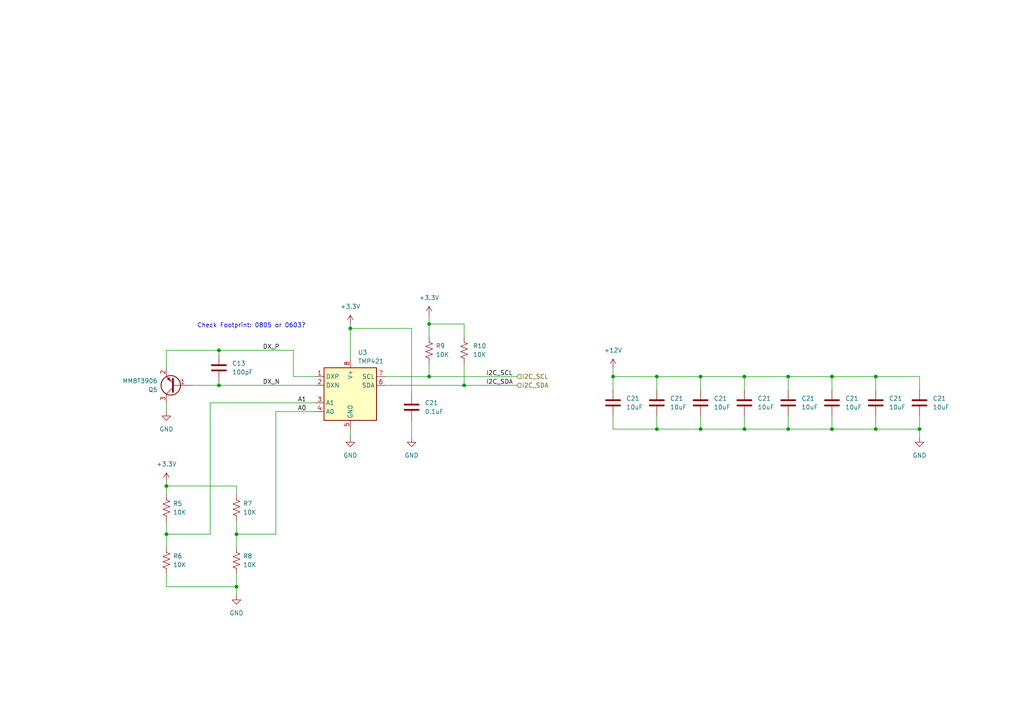
<source format=kicad_sch>
(kicad_sch (version 20230121) (generator eeschema)

  (uuid 82c40245-2af9-4e3e-8f04-c51ee7679c5e)

  (paper "A4")

  (lib_symbols
    (symbol "$Local:TMP421" (in_bom yes) (on_board yes)
      (property "Reference" "U7" (at 2.1941 12.065 0)
        (effects (font (size 1.27 1.27)) (justify left))
      )
      (property "Value" "TMP421" (at 2.1941 9.525 0)
        (effects (font (size 1.27 1.27)) (justify left))
      )
      (property "Footprint" "Package_TO_SOT_SMD:SOT-23-8" (at -2.54 0 0)
        (effects (font (size 1.27 1.27) italic) hide)
      )
      (property "Datasheet" "https://www.ti.com/lit/ds/symlink/tmp422.pdf" (at -2.54 0 0)
        (effects (font (size 1.27 1.27)) hide)
      )
      (property "ki_keywords" "Temperature sensor remote local i2c" (at 0 0 0)
        (effects (font (size 1.27 1.27)) hide)
      )
      (property "ki_description" "Remote and Local Temperature Sensor, I2C, SOT-23-8" (at 0 0 0)
        (effects (font (size 1.27 1.27)) hide)
      )
      (property "ki_fp_filters" "SOIC*3.9x4.9mm*P1.27mm* VSSOP*3.0x3.0mm*P0.65mm*" (at 0 0 0)
        (effects (font (size 1.27 1.27)) hide)
      )
      (symbol "TMP421_0_1"
        (rectangle (start -7.62 7.62) (end 7.62 -7.62)
          (stroke (width 0.254) (type default))
          (fill (type background))
        )
      )
      (symbol "TMP421_1_1"
        (pin passive line (at -10.16 5.08 0) (length 2.54)
          (name "DXP" (effects (font (size 1.27 1.27))))
          (number "1" (effects (font (size 1.27 1.27))))
        )
        (pin passive line (at -10.16 2.54 0) (length 2.54)
          (name "DXN" (effects (font (size 1.27 1.27))))
          (number "2" (effects (font (size 1.27 1.27))))
        )
        (pin input line (at -10.16 -2.54 0) (length 2.54)
          (name "A1" (effects (font (size 1.27 1.27))))
          (number "3" (effects (font (size 1.27 1.27))))
        )
        (pin input line (at -10.16 -5.08 0) (length 2.54)
          (name "A0" (effects (font (size 1.27 1.27))))
          (number "4" (effects (font (size 1.27 1.27))))
        )
        (pin power_in line (at 0 -10.16 90) (length 2.54)
          (name "GND" (effects (font (size 1.27 1.27))))
          (number "5" (effects (font (size 1.27 1.27))))
        )
        (pin bidirectional line (at 10.16 2.54 180) (length 2.54)
          (name "SDA" (effects (font (size 1.27 1.27))))
          (number "6" (effects (font (size 1.27 1.27))))
        )
        (pin input line (at 10.16 5.08 180) (length 2.54)
          (name "SCL" (effects (font (size 1.27 1.27))))
          (number "7" (effects (font (size 1.27 1.27))))
        )
        (pin power_in line (at 0 10.16 270) (length 2.54)
          (name "V+" (effects (font (size 1.27 1.27))))
          (number "8" (effects (font (size 1.27 1.27))))
        )
      )
    )
    (symbol "Device:C" (pin_numbers hide) (pin_names (offset 0.254)) (in_bom yes) (on_board yes)
      (property "Reference" "C" (at 0.635 2.54 0)
        (effects (font (size 1.27 1.27)) (justify left))
      )
      (property "Value" "C" (at 0.635 -2.54 0)
        (effects (font (size 1.27 1.27)) (justify left))
      )
      (property "Footprint" "" (at 0.9652 -3.81 0)
        (effects (font (size 1.27 1.27)) hide)
      )
      (property "Datasheet" "~" (at 0 0 0)
        (effects (font (size 1.27 1.27)) hide)
      )
      (property "ki_keywords" "cap capacitor" (at 0 0 0)
        (effects (font (size 1.27 1.27)) hide)
      )
      (property "ki_description" "Unpolarized capacitor" (at 0 0 0)
        (effects (font (size 1.27 1.27)) hide)
      )
      (property "ki_fp_filters" "C_*" (at 0 0 0)
        (effects (font (size 1.27 1.27)) hide)
      )
      (symbol "C_0_1"
        (polyline
          (pts
            (xy -2.032 -0.762)
            (xy 2.032 -0.762)
          )
          (stroke (width 0.508) (type default))
          (fill (type none))
        )
        (polyline
          (pts
            (xy -2.032 0.762)
            (xy 2.032 0.762)
          )
          (stroke (width 0.508) (type default))
          (fill (type none))
        )
      )
      (symbol "C_1_1"
        (pin passive line (at 0 3.81 270) (length 2.794)
          (name "~" (effects (font (size 1.27 1.27))))
          (number "1" (effects (font (size 1.27 1.27))))
        )
        (pin passive line (at 0 -3.81 90) (length 2.794)
          (name "~" (effects (font (size 1.27 1.27))))
          (number "2" (effects (font (size 1.27 1.27))))
        )
      )
    )
    (symbol "Device:R_US" (pin_numbers hide) (pin_names (offset 0)) (in_bom yes) (on_board yes)
      (property "Reference" "R" (at 2.54 0 90)
        (effects (font (size 1.27 1.27)))
      )
      (property "Value" "R_US" (at -2.54 0 90)
        (effects (font (size 1.27 1.27)))
      )
      (property "Footprint" "" (at 1.016 -0.254 90)
        (effects (font (size 1.27 1.27)) hide)
      )
      (property "Datasheet" "~" (at 0 0 0)
        (effects (font (size 1.27 1.27)) hide)
      )
      (property "ki_keywords" "R res resistor" (at 0 0 0)
        (effects (font (size 1.27 1.27)) hide)
      )
      (property "ki_description" "Resistor, US symbol" (at 0 0 0)
        (effects (font (size 1.27 1.27)) hide)
      )
      (property "ki_fp_filters" "R_*" (at 0 0 0)
        (effects (font (size 1.27 1.27)) hide)
      )
      (symbol "R_US_0_1"
        (polyline
          (pts
            (xy 0 -2.286)
            (xy 0 -2.54)
          )
          (stroke (width 0) (type default))
          (fill (type none))
        )
        (polyline
          (pts
            (xy 0 2.286)
            (xy 0 2.54)
          )
          (stroke (width 0) (type default))
          (fill (type none))
        )
        (polyline
          (pts
            (xy 0 -0.762)
            (xy 1.016 -1.143)
            (xy 0 -1.524)
            (xy -1.016 -1.905)
            (xy 0 -2.286)
          )
          (stroke (width 0) (type default))
          (fill (type none))
        )
        (polyline
          (pts
            (xy 0 0.762)
            (xy 1.016 0.381)
            (xy 0 0)
            (xy -1.016 -0.381)
            (xy 0 -0.762)
          )
          (stroke (width 0) (type default))
          (fill (type none))
        )
        (polyline
          (pts
            (xy 0 2.286)
            (xy 1.016 1.905)
            (xy 0 1.524)
            (xy -1.016 1.143)
            (xy 0 0.762)
          )
          (stroke (width 0) (type default))
          (fill (type none))
        )
      )
      (symbol "R_US_1_1"
        (pin passive line (at 0 3.81 270) (length 1.27)
          (name "~" (effects (font (size 1.27 1.27))))
          (number "1" (effects (font (size 1.27 1.27))))
        )
        (pin passive line (at 0 -3.81 90) (length 1.27)
          (name "~" (effects (font (size 1.27 1.27))))
          (number "2" (effects (font (size 1.27 1.27))))
        )
      )
    )
    (symbol "Transistor_BJT:MMBT3906" (pin_names (offset 0) hide) (in_bom yes) (on_board yes)
      (property "Reference" "Q" (at 5.08 1.905 0)
        (effects (font (size 1.27 1.27)) (justify left))
      )
      (property "Value" "MMBT3906" (at 5.08 0 0)
        (effects (font (size 1.27 1.27)) (justify left))
      )
      (property "Footprint" "Package_TO_SOT_SMD:SOT-23" (at 5.08 -1.905 0)
        (effects (font (size 1.27 1.27) italic) (justify left) hide)
      )
      (property "Datasheet" "https://www.onsemi.com/pdf/datasheet/pzt3906-d.pdf" (at 0 0 0)
        (effects (font (size 1.27 1.27)) (justify left) hide)
      )
      (property "ki_keywords" "PNP Transistor" (at 0 0 0)
        (effects (font (size 1.27 1.27)) hide)
      )
      (property "ki_description" "-0.2A Ic, -40V Vce, Small Signal PNP Transistor, SOT-23" (at 0 0 0)
        (effects (font (size 1.27 1.27)) hide)
      )
      (property "ki_fp_filters" "SOT?23*" (at 0 0 0)
        (effects (font (size 1.27 1.27)) hide)
      )
      (symbol "MMBT3906_0_1"
        (polyline
          (pts
            (xy 0.635 0.635)
            (xy 2.54 2.54)
          )
          (stroke (width 0) (type default))
          (fill (type none))
        )
        (polyline
          (pts
            (xy 0.635 -0.635)
            (xy 2.54 -2.54)
            (xy 2.54 -2.54)
          )
          (stroke (width 0) (type default))
          (fill (type none))
        )
        (polyline
          (pts
            (xy 0.635 1.905)
            (xy 0.635 -1.905)
            (xy 0.635 -1.905)
          )
          (stroke (width 0.508) (type default))
          (fill (type none))
        )
        (polyline
          (pts
            (xy 2.286 -1.778)
            (xy 1.778 -2.286)
            (xy 1.27 -1.27)
            (xy 2.286 -1.778)
            (xy 2.286 -1.778)
          )
          (stroke (width 0) (type default))
          (fill (type outline))
        )
        (circle (center 1.27 0) (radius 2.8194)
          (stroke (width 0.254) (type default))
          (fill (type none))
        )
      )
      (symbol "MMBT3906_1_1"
        (pin input line (at -5.08 0 0) (length 5.715)
          (name "B" (effects (font (size 1.27 1.27))))
          (number "1" (effects (font (size 1.27 1.27))))
        )
        (pin passive line (at 2.54 -5.08 90) (length 2.54)
          (name "E" (effects (font (size 1.27 1.27))))
          (number "2" (effects (font (size 1.27 1.27))))
        )
        (pin passive line (at 2.54 5.08 270) (length 2.54)
          (name "C" (effects (font (size 1.27 1.27))))
          (number "3" (effects (font (size 1.27 1.27))))
        )
      )
    )
    (symbol "power:+12V" (power) (pin_names (offset 0)) (in_bom yes) (on_board yes)
      (property "Reference" "#PWR" (at 0 -3.81 0)
        (effects (font (size 1.27 1.27)) hide)
      )
      (property "Value" "+12V" (at 0 3.556 0)
        (effects (font (size 1.27 1.27)))
      )
      (property "Footprint" "" (at 0 0 0)
        (effects (font (size 1.27 1.27)) hide)
      )
      (property "Datasheet" "" (at 0 0 0)
        (effects (font (size 1.27 1.27)) hide)
      )
      (property "ki_keywords" "global power" (at 0 0 0)
        (effects (font (size 1.27 1.27)) hide)
      )
      (property "ki_description" "Power symbol creates a global label with name \"+12V\"" (at 0 0 0)
        (effects (font (size 1.27 1.27)) hide)
      )
      (symbol "+12V_0_1"
        (polyline
          (pts
            (xy -0.762 1.27)
            (xy 0 2.54)
          )
          (stroke (width 0) (type default))
          (fill (type none))
        )
        (polyline
          (pts
            (xy 0 0)
            (xy 0 2.54)
          )
          (stroke (width 0) (type default))
          (fill (type none))
        )
        (polyline
          (pts
            (xy 0 2.54)
            (xy 0.762 1.27)
          )
          (stroke (width 0) (type default))
          (fill (type none))
        )
      )
      (symbol "+12V_1_1"
        (pin power_in line (at 0 0 90) (length 0) hide
          (name "+12V" (effects (font (size 1.27 1.27))))
          (number "1" (effects (font (size 1.27 1.27))))
        )
      )
    )
    (symbol "power:+3.3V" (power) (pin_names (offset 0)) (in_bom yes) (on_board yes)
      (property "Reference" "#PWR" (at 0 -3.81 0)
        (effects (font (size 1.27 1.27)) hide)
      )
      (property "Value" "+3.3V" (at 0 3.556 0)
        (effects (font (size 1.27 1.27)))
      )
      (property "Footprint" "" (at 0 0 0)
        (effects (font (size 1.27 1.27)) hide)
      )
      (property "Datasheet" "" (at 0 0 0)
        (effects (font (size 1.27 1.27)) hide)
      )
      (property "ki_keywords" "global power" (at 0 0 0)
        (effects (font (size 1.27 1.27)) hide)
      )
      (property "ki_description" "Power symbol creates a global label with name \"+3.3V\"" (at 0 0 0)
        (effects (font (size 1.27 1.27)) hide)
      )
      (symbol "+3.3V_0_1"
        (polyline
          (pts
            (xy -0.762 1.27)
            (xy 0 2.54)
          )
          (stroke (width 0) (type default))
          (fill (type none))
        )
        (polyline
          (pts
            (xy 0 0)
            (xy 0 2.54)
          )
          (stroke (width 0) (type default))
          (fill (type none))
        )
        (polyline
          (pts
            (xy 0 2.54)
            (xy 0.762 1.27)
          )
          (stroke (width 0) (type default))
          (fill (type none))
        )
      )
      (symbol "+3.3V_1_1"
        (pin power_in line (at 0 0 90) (length 0) hide
          (name "+3.3V" (effects (font (size 1.27 1.27))))
          (number "1" (effects (font (size 1.27 1.27))))
        )
      )
    )
    (symbol "power:GND" (power) (pin_names (offset 0)) (in_bom yes) (on_board yes)
      (property "Reference" "#PWR" (at 0 -6.35 0)
        (effects (font (size 1.27 1.27)) hide)
      )
      (property "Value" "GND" (at 0 -3.81 0)
        (effects (font (size 1.27 1.27)))
      )
      (property "Footprint" "" (at 0 0 0)
        (effects (font (size 1.27 1.27)) hide)
      )
      (property "Datasheet" "" (at 0 0 0)
        (effects (font (size 1.27 1.27)) hide)
      )
      (property "ki_keywords" "global power" (at 0 0 0)
        (effects (font (size 1.27 1.27)) hide)
      )
      (property "ki_description" "Power symbol creates a global label with name \"GND\" , ground" (at 0 0 0)
        (effects (font (size 1.27 1.27)) hide)
      )
      (symbol "GND_0_1"
        (polyline
          (pts
            (xy 0 0)
            (xy 0 -1.27)
            (xy 1.27 -1.27)
            (xy 0 -2.54)
            (xy -1.27 -1.27)
            (xy 0 -1.27)
          )
          (stroke (width 0) (type default))
          (fill (type none))
        )
      )
      (symbol "GND_1_1"
        (pin power_in line (at 0 0 270) (length 0) hide
          (name "GND" (effects (font (size 1.27 1.27))))
          (number "1" (effects (font (size 1.27 1.27))))
        )
      )
    )
  )

  (junction (at 190.5 109.22) (diameter 0) (color 0 0 0 0)
    (uuid 1712cb37-3502-42f0-a285-8bf9ec814bad)
  )
  (junction (at 266.7 124.46) (diameter 0) (color 0 0 0 0)
    (uuid 1b312b1e-b629-4807-81ee-bb1087011ef5)
  )
  (junction (at 190.5 124.46) (diameter 0) (color 0 0 0 0)
    (uuid 20f82487-86f4-4091-a926-b154b83074a3)
  )
  (junction (at 124.46 93.98) (diameter 0) (color 0 0 0 0)
    (uuid 22df2d39-677c-4cad-b915-d84767623611)
  )
  (junction (at 203.2 109.22) (diameter 0) (color 0 0 0 0)
    (uuid 22e9d6de-069c-42f2-887d-e2a87a7a797c)
  )
  (junction (at 241.3 109.22) (diameter 0) (color 0 0 0 0)
    (uuid 26629a74-dcc2-4f43-8e28-14ec31373e47)
  )
  (junction (at 215.9 109.22) (diameter 0) (color 0 0 0 0)
    (uuid 2c493992-d63f-4e12-b1f3-6f99c48ac226)
  )
  (junction (at 177.8 109.22) (diameter 0) (color 0 0 0 0)
    (uuid 30bb9459-e22e-4665-970a-26d06638bc47)
  )
  (junction (at 254 124.46) (diameter 0) (color 0 0 0 0)
    (uuid 32b85307-e01c-4f18-aba3-9321805f9f48)
  )
  (junction (at 101.6 95.25) (diameter 0) (color 0 0 0 0)
    (uuid 4e348151-aa25-4f2e-a4e7-d518ee41598f)
  )
  (junction (at 68.58 154.94) (diameter 0) (color 0 0 0 0)
    (uuid 5c1fc8a0-c044-41a6-a1c6-7384e5bb87a4)
  )
  (junction (at 215.9 124.46) (diameter 0) (color 0 0 0 0)
    (uuid 7229e6d3-09a7-49c3-be5d-ba5fe7492043)
  )
  (junction (at 124.46 109.22) (diameter 0) (color 0 0 0 0)
    (uuid 7a83b8dc-83b9-4006-a3d6-bab0e5314fb8)
  )
  (junction (at 68.58 170.18) (diameter 0) (color 0 0 0 0)
    (uuid 8b7d4a0d-604a-4068-af4f-bbbe54aebc84)
  )
  (junction (at 63.5 101.6) (diameter 0) (color 0 0 0 0)
    (uuid 8e586a99-0387-40f6-9b5d-d961a7659f8f)
  )
  (junction (at 134.62 111.76) (diameter 0) (color 0 0 0 0)
    (uuid 9468f8fc-4c3b-4098-a67c-ab3aff3ea646)
  )
  (junction (at 241.3 124.46) (diameter 0) (color 0 0 0 0)
    (uuid 9d897f8c-98de-47b5-895e-cc982c56e783)
  )
  (junction (at 63.5 111.76) (diameter 0) (color 0 0 0 0)
    (uuid 9dab859e-c7b3-4af6-a13b-00c154b777fe)
  )
  (junction (at 48.26 140.97) (diameter 0) (color 0 0 0 0)
    (uuid b2fb53f2-5355-4939-9f49-e4836c5358f8)
  )
  (junction (at 228.6 109.22) (diameter 0) (color 0 0 0 0)
    (uuid bd8cd51f-593a-418a-81d3-3675f8c267c0)
  )
  (junction (at 254 109.22) (diameter 0) (color 0 0 0 0)
    (uuid cd6cd634-0351-427e-8cb2-e1454cf08343)
  )
  (junction (at 48.26 154.94) (diameter 0) (color 0 0 0 0)
    (uuid e400d30b-238b-4111-9d82-8d27257ced9d)
  )
  (junction (at 203.2 124.46) (diameter 0) (color 0 0 0 0)
    (uuid e952cefc-001f-4de8-b239-4fb0974f167e)
  )
  (junction (at 228.6 124.46) (diameter 0) (color 0 0 0 0)
    (uuid fc01db19-f731-41d9-9403-1139ffaff139)
  )

  (wire (pts (xy 203.2 109.22) (xy 215.9 109.22))
    (stroke (width 0) (type default))
    (uuid 0014a4c1-6531-41f6-9f12-3db490a71537)
  )
  (wire (pts (xy 177.8 106.68) (xy 177.8 109.22))
    (stroke (width 0) (type default))
    (uuid 07a27a98-64fc-40aa-87a6-db6e0d160f7c)
  )
  (wire (pts (xy 134.62 105.41) (xy 134.62 111.76))
    (stroke (width 0) (type default))
    (uuid 084a5cbd-7770-467b-b6fd-b2face77c649)
  )
  (wire (pts (xy 85.09 109.22) (xy 85.09 101.6))
    (stroke (width 0) (type default))
    (uuid 08a86526-5caa-471f-8e0f-1bcc91ff1253)
  )
  (wire (pts (xy 80.01 119.38) (xy 91.44 119.38))
    (stroke (width 0) (type default))
    (uuid 0935ea7f-bb42-433e-b69c-523f8258af40)
  )
  (wire (pts (xy 254 124.46) (xy 241.3 124.46))
    (stroke (width 0) (type default))
    (uuid 09943369-8885-47d6-af85-96a392e4e77a)
  )
  (wire (pts (xy 266.7 109.22) (xy 266.7 113.03))
    (stroke (width 0) (type default))
    (uuid 0dfeb6d2-c275-420f-8478-149e9b40b5f8)
  )
  (wire (pts (xy 228.6 120.65) (xy 228.6 124.46))
    (stroke (width 0) (type default))
    (uuid 120d5b4e-70b1-43b7-8f2d-49db394338f0)
  )
  (wire (pts (xy 48.26 101.6) (xy 48.26 106.68))
    (stroke (width 0) (type default))
    (uuid 1496befa-f40c-4a62-888c-43b939dde7db)
  )
  (wire (pts (xy 228.6 109.22) (xy 241.3 109.22))
    (stroke (width 0) (type default))
    (uuid 17d843e8-f87b-4ad6-b51f-be6e9102f41a)
  )
  (wire (pts (xy 119.38 121.92) (xy 119.38 127))
    (stroke (width 0) (type default))
    (uuid 18849a18-4219-4f9a-90ff-cdc918330cbc)
  )
  (wire (pts (xy 177.8 113.03) (xy 177.8 109.22))
    (stroke (width 0) (type default))
    (uuid 18bd1604-0107-4495-bfd1-27f06a2b1d33)
  )
  (wire (pts (xy 60.96 116.84) (xy 91.44 116.84))
    (stroke (width 0) (type default))
    (uuid 1c5940dd-3cb2-496d-9a20-aa36c4907526)
  )
  (wire (pts (xy 91.44 109.22) (xy 85.09 109.22))
    (stroke (width 0) (type default))
    (uuid 1f2eaa6e-00c8-4904-9254-d8188c6fc334)
  )
  (wire (pts (xy 63.5 111.76) (xy 91.44 111.76))
    (stroke (width 0) (type default))
    (uuid 1f71f28a-5a8d-4d44-824a-2e62b8e984ec)
  )
  (wire (pts (xy 48.26 154.94) (xy 60.96 154.94))
    (stroke (width 0) (type default))
    (uuid 27ce035e-f76b-4528-a0e3-32cdedfb0953)
  )
  (wire (pts (xy 80.01 154.94) (xy 80.01 119.38))
    (stroke (width 0) (type default))
    (uuid 29fbc909-c5dc-445c-9a9c-52f352b8171b)
  )
  (wire (pts (xy 63.5 101.6) (xy 63.5 102.87))
    (stroke (width 0) (type default))
    (uuid 2a5af4fb-b279-477d-ac83-570a669ae247)
  )
  (wire (pts (xy 55.88 111.76) (xy 63.5 111.76))
    (stroke (width 0) (type default))
    (uuid 2bb76982-7797-4330-8afc-be11c9533ac5)
  )
  (wire (pts (xy 241.3 120.65) (xy 241.3 124.46))
    (stroke (width 0) (type default))
    (uuid 31adcab3-d60b-44f4-8efa-171b27a2e887)
  )
  (wire (pts (xy 228.6 109.22) (xy 228.6 113.03))
    (stroke (width 0) (type default))
    (uuid 363a7c1f-44da-43f5-8eed-a3f6c47e13f2)
  )
  (wire (pts (xy 203.2 124.46) (xy 190.5 124.46))
    (stroke (width 0) (type default))
    (uuid 4290935d-e8d5-4985-9870-33cad376855c)
  )
  (wire (pts (xy 101.6 93.98) (xy 101.6 95.25))
    (stroke (width 0) (type default))
    (uuid 437517a3-0af1-42f4-a43a-b313333c6c3e)
  )
  (wire (pts (xy 215.9 120.65) (xy 215.9 124.46))
    (stroke (width 0) (type default))
    (uuid 441fccf0-cafc-417c-a422-918c94b86002)
  )
  (wire (pts (xy 124.46 93.98) (xy 134.62 93.98))
    (stroke (width 0) (type default))
    (uuid 45cb9d88-af93-47fe-9309-8bd30741cc18)
  )
  (wire (pts (xy 254 109.22) (xy 254 113.03))
    (stroke (width 0) (type default))
    (uuid 48a0f747-4f25-40ee-8059-5de6a195cba3)
  )
  (wire (pts (xy 48.26 116.84) (xy 48.26 119.38))
    (stroke (width 0) (type default))
    (uuid 4b674ca0-bafb-4c2c-b9ae-bafd32f50be6)
  )
  (wire (pts (xy 190.5 124.46) (xy 177.8 124.46))
    (stroke (width 0) (type default))
    (uuid 4ec10ece-9f1d-4690-91fa-9888a0445c74)
  )
  (wire (pts (xy 48.26 140.97) (xy 68.58 140.97))
    (stroke (width 0) (type default))
    (uuid 4fcf1608-7c7c-4c5e-8f4a-a2b084c53d99)
  )
  (wire (pts (xy 63.5 101.6) (xy 48.26 101.6))
    (stroke (width 0) (type default))
    (uuid 502092ce-1772-4f75-8b3a-41a344dbe8d5)
  )
  (wire (pts (xy 68.58 154.94) (xy 80.01 154.94))
    (stroke (width 0) (type default))
    (uuid 53f97661-896d-484b-b3ae-f5047d42691a)
  )
  (wire (pts (xy 101.6 95.25) (xy 119.38 95.25))
    (stroke (width 0) (type default))
    (uuid 55567add-d197-49bd-a0a3-234a45ef4b01)
  )
  (wire (pts (xy 254 120.65) (xy 254 124.46))
    (stroke (width 0) (type default))
    (uuid 5d2ff654-703a-42f1-be2e-a9d9f750f785)
  )
  (wire (pts (xy 68.58 166.37) (xy 68.58 170.18))
    (stroke (width 0) (type default))
    (uuid 5fa7566a-490b-43b7-90a9-04dacbe0cb71)
  )
  (wire (pts (xy 124.46 109.22) (xy 149.86 109.22))
    (stroke (width 0) (type default))
    (uuid 65de208c-7a74-48b4-ba4c-b72f2cfa5397)
  )
  (wire (pts (xy 48.26 170.18) (xy 68.58 170.18))
    (stroke (width 0) (type default))
    (uuid 66ca2feb-eb36-4809-be0a-497e2a496b92)
  )
  (wire (pts (xy 134.62 97.79) (xy 134.62 93.98))
    (stroke (width 0) (type default))
    (uuid 6edcc18f-0fd0-44af-9ce6-222d810b396d)
  )
  (wire (pts (xy 48.26 140.97) (xy 48.26 143.51))
    (stroke (width 0) (type default))
    (uuid 742599d0-fc77-41e1-89d5-bae239b88fb3)
  )
  (wire (pts (xy 85.09 101.6) (xy 63.5 101.6))
    (stroke (width 0) (type default))
    (uuid 74db2624-6822-4216-96a9-fb62a12b0b4c)
  )
  (wire (pts (xy 48.26 166.37) (xy 48.26 170.18))
    (stroke (width 0) (type default))
    (uuid 7bc22972-311f-416a-9942-b130f66f5a99)
  )
  (wire (pts (xy 190.5 109.22) (xy 203.2 109.22))
    (stroke (width 0) (type default))
    (uuid 7cc34a50-d396-43fb-99f4-a64c72224852)
  )
  (wire (pts (xy 134.62 111.76) (xy 149.86 111.76))
    (stroke (width 0) (type default))
    (uuid 882b458c-004f-4a9e-b6a5-61a3ff9840bd)
  )
  (wire (pts (xy 215.9 109.22) (xy 215.9 113.03))
    (stroke (width 0) (type default))
    (uuid 8c669832-86e2-4b21-961b-b07fa17db607)
  )
  (wire (pts (xy 215.9 109.22) (xy 228.6 109.22))
    (stroke (width 0) (type default))
    (uuid 8c747129-8c83-4a2f-90f0-9e870853153b)
  )
  (wire (pts (xy 111.76 111.76) (xy 134.62 111.76))
    (stroke (width 0) (type default))
    (uuid 92263d50-4618-4fc7-80fa-62cd91ec7223)
  )
  (wire (pts (xy 124.46 105.41) (xy 124.46 109.22))
    (stroke (width 0) (type default))
    (uuid 95c114be-4f69-4263-af8c-9d29651733dc)
  )
  (wire (pts (xy 241.3 124.46) (xy 228.6 124.46))
    (stroke (width 0) (type default))
    (uuid 973b20d7-220f-4b48-9bfe-2256de51991a)
  )
  (wire (pts (xy 177.8 124.46) (xy 177.8 120.65))
    (stroke (width 0) (type default))
    (uuid 982ed710-a259-48a5-840c-cdd44473a50b)
  )
  (wire (pts (xy 203.2 120.65) (xy 203.2 124.46))
    (stroke (width 0) (type default))
    (uuid a0631138-571c-429f-b819-4be8ad4b38f3)
  )
  (wire (pts (xy 63.5 110.49) (xy 63.5 111.76))
    (stroke (width 0) (type default))
    (uuid a13cd48e-7f66-428b-b6e6-482173b0d238)
  )
  (wire (pts (xy 119.38 95.25) (xy 119.38 114.3))
    (stroke (width 0) (type default))
    (uuid a3389bdc-4583-4a34-8bd9-34e25e43eaeb)
  )
  (wire (pts (xy 68.58 154.94) (xy 68.58 158.75))
    (stroke (width 0) (type default))
    (uuid a7dde431-7cd1-4018-8665-ab3c64403865)
  )
  (wire (pts (xy 101.6 95.25) (xy 101.6 104.14))
    (stroke (width 0) (type default))
    (uuid b16b23d7-1fea-4900-a474-456f1a69f952)
  )
  (wire (pts (xy 124.46 93.98) (xy 124.46 97.79))
    (stroke (width 0) (type default))
    (uuid b1ff9ec6-9d0b-431f-9535-a98b455a929d)
  )
  (wire (pts (xy 241.3 109.22) (xy 241.3 113.03))
    (stroke (width 0) (type default))
    (uuid b5c5bac8-a962-4055-9528-4db761ff7fbd)
  )
  (wire (pts (xy 254 109.22) (xy 266.7 109.22))
    (stroke (width 0) (type default))
    (uuid b64b1d41-37c4-4359-b77d-213707bbf1af)
  )
  (wire (pts (xy 190.5 109.22) (xy 190.5 113.03))
    (stroke (width 0) (type default))
    (uuid b86a0772-9de4-4b91-8b4f-7aab864c66fe)
  )
  (wire (pts (xy 68.58 170.18) (xy 68.58 172.72))
    (stroke (width 0) (type default))
    (uuid b97b9c75-642e-4ce0-b62d-5e2f8c57cfd5)
  )
  (wire (pts (xy 177.8 109.22) (xy 190.5 109.22))
    (stroke (width 0) (type default))
    (uuid bdf0b7ba-f03c-4baa-b6cf-14943568355c)
  )
  (wire (pts (xy 48.26 151.13) (xy 48.26 154.94))
    (stroke (width 0) (type default))
    (uuid c9c9baa5-737b-4dc1-896f-ce049845caec)
  )
  (wire (pts (xy 241.3 109.22) (xy 254 109.22))
    (stroke (width 0) (type default))
    (uuid cb0cb167-f2c9-4bc0-accc-ad7fef1fdd22)
  )
  (wire (pts (xy 111.76 109.22) (xy 124.46 109.22))
    (stroke (width 0) (type default))
    (uuid d3da4444-fbe6-468e-8f0a-973ea30542bc)
  )
  (wire (pts (xy 68.58 151.13) (xy 68.58 154.94))
    (stroke (width 0) (type default))
    (uuid d6b68fb3-a9b9-450f-b61b-ef24e7a7de3d)
  )
  (wire (pts (xy 48.26 139.7) (xy 48.26 140.97))
    (stroke (width 0) (type default))
    (uuid d75607f1-879b-47e0-afba-9ab49192cb33)
  )
  (wire (pts (xy 215.9 124.46) (xy 203.2 124.46))
    (stroke (width 0) (type default))
    (uuid db7baf1a-0879-43be-8f76-9623b6ee002a)
  )
  (wire (pts (xy 203.2 109.22) (xy 203.2 113.03))
    (stroke (width 0) (type default))
    (uuid dd7623c7-5cdf-4068-8e39-7a0e940990a3)
  )
  (wire (pts (xy 266.7 124.46) (xy 254 124.46))
    (stroke (width 0) (type default))
    (uuid ddd9b400-0eb0-44da-b49d-5f05ef6256ac)
  )
  (wire (pts (xy 190.5 120.65) (xy 190.5 124.46))
    (stroke (width 0) (type default))
    (uuid de239066-a898-4dd3-aa3e-01251832e65d)
  )
  (wire (pts (xy 48.26 154.94) (xy 48.26 158.75))
    (stroke (width 0) (type default))
    (uuid df8ab35c-70fa-40cb-b136-0d3ae3fb0fab)
  )
  (wire (pts (xy 228.6 124.46) (xy 215.9 124.46))
    (stroke (width 0) (type default))
    (uuid ec5e8a46-d442-4882-b6b6-66aa192e15f6)
  )
  (wire (pts (xy 68.58 143.51) (xy 68.58 140.97))
    (stroke (width 0) (type default))
    (uuid f0e2d347-cd34-4b49-a23e-4db1225aaaca)
  )
  (wire (pts (xy 266.7 120.65) (xy 266.7 124.46))
    (stroke (width 0) (type default))
    (uuid f4afe158-5297-444d-a7d2-9cc9fd69e6c1)
  )
  (wire (pts (xy 60.96 154.94) (xy 60.96 116.84))
    (stroke (width 0) (type default))
    (uuid f666e891-11a6-427e-ba4c-5e00054c0d07)
  )
  (wire (pts (xy 124.46 91.44) (xy 124.46 93.98))
    (stroke (width 0) (type default))
    (uuid fc77f294-96a1-40a1-ba4e-d3fba1a050db)
  )
  (wire (pts (xy 266.7 127) (xy 266.7 124.46))
    (stroke (width 0) (type default))
    (uuid fd9ad705-afc2-4142-9f93-5fddb55a2e1d)
  )
  (wire (pts (xy 101.6 124.46) (xy 101.6 127))
    (stroke (width 0) (type default))
    (uuid fe055de7-8102-4660-9cf1-1ca2a18aee84)
  )

  (text "Check Footprint: 0805 or 0603?" (at 57.15 95.25 0)
    (effects (font (size 1.27 1.27)) (justify left bottom))
    (uuid a6e96bfa-a6b4-4777-83c3-f974d4472030)
  )

  (label "DX_P" (at 76.2 101.6 0) (fields_autoplaced)
    (effects (font (size 1.27 1.27)) (justify left bottom))
    (uuid 0dfd9a90-ce17-4bc5-a13d-625847547c6f)
  )
  (label "I2C_SDA" (at 140.97 111.76 0) (fields_autoplaced)
    (effects (font (size 1.27 1.27)) (justify left bottom))
    (uuid 228e472f-0c00-40ff-b2d9-8bf4a2617bc1)
  )
  (label "A1" (at 86.36 116.84 0) (fields_autoplaced)
    (effects (font (size 1.27 1.27)) (justify left bottom))
    (uuid 2dc29d2e-15ac-459e-aed9-513600b4e002)
  )
  (label "I2C_SCL" (at 140.97 109.22 0) (fields_autoplaced)
    (effects (font (size 1.27 1.27)) (justify left bottom))
    (uuid 93b971e9-df77-4bda-bf13-8ba0b1b5b214)
  )
  (label "A0" (at 86.36 119.38 0) (fields_autoplaced)
    (effects (font (size 1.27 1.27)) (justify left bottom))
    (uuid e2f46a14-3114-4045-a6a0-fa8eac9776da)
  )
  (label "DX_N" (at 76.2 111.76 0) (fields_autoplaced)
    (effects (font (size 1.27 1.27)) (justify left bottom))
    (uuid fe2e63dd-582e-485b-8b4b-57c98d809a2d)
  )

  (hierarchical_label "I2C_SCL" (shape input) (at 149.86 109.22 0) (fields_autoplaced)
    (effects (font (size 1.27 1.27)) (justify left))
    (uuid 974df469-7a9c-459d-a619-c4cd38f79335)
  )
  (hierarchical_label "I2C_SDA" (shape input) (at 149.86 111.76 0) (fields_autoplaced)
    (effects (font (size 1.27 1.27)) (justify left))
    (uuid f870930f-5b19-4bbb-bbf5-1b282f04b2c0)
  )

  (symbol (lib_id "Device:C") (at 177.8 116.84 0) (unit 1)
    (in_bom yes) (on_board yes) (dnp no) (fields_autoplaced)
    (uuid 0028cd4d-03a4-4ac1-88ff-c8370b809cb6)
    (property "Reference" "C21" (at 181.61 115.57 0)
      (effects (font (size 1.27 1.27)) (justify left))
    )
    (property "Value" "10uF" (at 181.61 118.11 0)
      (effects (font (size 1.27 1.27)) (justify left))
    )
    (property "Footprint" "$Local:C_0805_2012Metric" (at 178.7652 120.65 0)
      (effects (font (size 1.27 1.27)) hide)
    )
    (property "Datasheet" "~" (at 177.8 116.84 0)
      (effects (font (size 1.27 1.27)) hide)
    )
    (property "Desc" "CAP CER 10UF 25V X7R 0805" (at 177.8 116.84 0)
      (effects (font (size 1.27 1.27)) hide)
    )
    (property "Digikey" "490-GRM21BZ71E106KE15LDKR-ND" (at 177.8 116.84 0)
      (effects (font (size 1.27 1.27)) hide)
    )
    (property "Mfg PN" "GRM21BZ71E106KE15L" (at 177.8 116.84 0)
      (effects (font (size 1.27 1.27)) hide)
    )
    (property "Mfg" "Murata Electronics" (at 177.8 116.84 0)
      (effects (font (size 1.27 1.27)) hide)
    )
    (pin "1" (uuid 8e067165-4761-438e-8f12-2504091fdfc4))
    (pin "2" (uuid ebf8151b-b639-4c9e-804c-b4dde72799d4))
    (instances
      (project "pbm_driver4"
        (path "/c74719ba-f06a-44f5-9938-a8dc2ea94ffa"
          (reference "C21") (unit 1)
        )
        (path "/c74719ba-f06a-44f5-9938-a8dc2ea94ffa/cae14b87-4c10-4309-b8c6-8f8334cc405d"
          (reference "C10") (unit 1)
        )
        (path "/c74719ba-f06a-44f5-9938-a8dc2ea94ffa/b9d6e4d9-a153-4ceb-ba52-f214cb10d775"
          (reference "C4") (unit 1)
        )
      )
    )
  )

  (symbol (lib_id "Device:C") (at 254 116.84 0) (unit 1)
    (in_bom yes) (on_board yes) (dnp no) (fields_autoplaced)
    (uuid 02fa8ee4-0430-485d-aed2-cf42ca505944)
    (property "Reference" "C21" (at 257.81 115.57 0)
      (effects (font (size 1.27 1.27)) (justify left))
    )
    (property "Value" "10uF" (at 257.81 118.11 0)
      (effects (font (size 1.27 1.27)) (justify left))
    )
    (property "Footprint" "$Local:C_0805_2012Metric" (at 254.9652 120.65 0)
      (effects (font (size 1.27 1.27)) hide)
    )
    (property "Datasheet" "~" (at 254 116.84 0)
      (effects (font (size 1.27 1.27)) hide)
    )
    (property "Desc" "CAP CER 10UF 25V X7R 0805" (at 254 116.84 0)
      (effects (font (size 1.27 1.27)) hide)
    )
    (property "Digikey" "490-GRM21BZ71E106KE15LDKR-ND" (at 254 116.84 0)
      (effects (font (size 1.27 1.27)) hide)
    )
    (property "Mfg PN" "GRM21BZ71E106KE15L" (at 254 116.84 0)
      (effects (font (size 1.27 1.27)) hide)
    )
    (property "Mfg" "Murata Electronics" (at 254 116.84 0)
      (effects (font (size 1.27 1.27)) hide)
    )
    (pin "1" (uuid 7dbd1ac4-76f3-4ebb-8ccc-e2ff36ff0875))
    (pin "2" (uuid 6560373c-a28a-4cc4-8473-3e43fff179e9))
    (instances
      (project "pbm_driver4"
        (path "/c74719ba-f06a-44f5-9938-a8dc2ea94ffa"
          (reference "C21") (unit 1)
        )
        (path "/c74719ba-f06a-44f5-9938-a8dc2ea94ffa/cae14b87-4c10-4309-b8c6-8f8334cc405d"
          (reference "C10") (unit 1)
        )
        (path "/c74719ba-f06a-44f5-9938-a8dc2ea94ffa/b9d6e4d9-a153-4ceb-ba52-f214cb10d775"
          (reference "C11") (unit 1)
        )
      )
    )
  )

  (symbol (lib_id "power:GND") (at 119.38 127 0) (unit 1)
    (in_bom yes) (on_board yes) (dnp no) (fields_autoplaced)
    (uuid 07497acd-38bf-43cb-a2e0-7bb264ebed30)
    (property "Reference" "#PWR010" (at 119.38 133.35 0)
      (effects (font (size 1.27 1.27)) hide)
    )
    (property "Value" "GND" (at 119.38 132.08 0)
      (effects (font (size 1.27 1.27)))
    )
    (property "Footprint" "" (at 119.38 127 0)
      (effects (font (size 1.27 1.27)) hide)
    )
    (property "Datasheet" "" (at 119.38 127 0)
      (effects (font (size 1.27 1.27)) hide)
    )
    (pin "1" (uuid da10668e-8e28-4af1-bcd4-801d6fc93b78))
    (instances
      (project "pbm_driver4"
        (path "/c74719ba-f06a-44f5-9938-a8dc2ea94ffa"
          (reference "#PWR010") (unit 1)
        )
        (path "/c74719ba-f06a-44f5-9938-a8dc2ea94ffa/cae14b87-4c10-4309-b8c6-8f8334cc405d"
          (reference "#PWR04") (unit 1)
        )
        (path "/c74719ba-f06a-44f5-9938-a8dc2ea94ffa/b9d6e4d9-a153-4ceb-ba52-f214cb10d775"
          (reference "#PWR026") (unit 1)
        )
      )
    )
  )

  (symbol (lib_id "power:+3.3V") (at 124.46 91.44 0) (unit 1)
    (in_bom yes) (on_board yes) (dnp no) (fields_autoplaced)
    (uuid 0764affb-7982-4e34-9ab0-b8c12bb729e4)
    (property "Reference" "#PWR021" (at 124.46 95.25 0)
      (effects (font (size 1.27 1.27)) hide)
    )
    (property "Value" "+3.3V" (at 124.46 86.36 0)
      (effects (font (size 1.27 1.27)))
    )
    (property "Footprint" "" (at 124.46 91.44 0)
      (effects (font (size 1.27 1.27)) hide)
    )
    (property "Datasheet" "" (at 124.46 91.44 0)
      (effects (font (size 1.27 1.27)) hide)
    )
    (pin "1" (uuid 8dc29612-843f-4227-9203-68906c87a5eb))
    (instances
      (project "pbm_driver4"
        (path "/c74719ba-f06a-44f5-9938-a8dc2ea94ffa/b9d6e4d9-a153-4ceb-ba52-f214cb10d775"
          (reference "#PWR021") (unit 1)
        )
      )
    )
  )

  (symbol (lib_id "power:GND") (at 68.58 172.72 0) (unit 1)
    (in_bom yes) (on_board yes) (dnp no) (fields_autoplaced)
    (uuid 0abd9d3a-b560-4224-9e2e-3184c7333b18)
    (property "Reference" "#PWR023" (at 68.58 179.07 0)
      (effects (font (size 1.27 1.27)) hide)
    )
    (property "Value" "GND" (at 68.58 177.8 0)
      (effects (font (size 1.27 1.27)))
    )
    (property "Footprint" "" (at 68.58 172.72 0)
      (effects (font (size 1.27 1.27)) hide)
    )
    (property "Datasheet" "" (at 68.58 172.72 0)
      (effects (font (size 1.27 1.27)) hide)
    )
    (pin "1" (uuid fcc3e233-649d-447f-a95e-cb91dac95628))
    (instances
      (project "pbm_driver4"
        (path "/c74719ba-f06a-44f5-9938-a8dc2ea94ffa/b9d6e4d9-a153-4ceb-ba52-f214cb10d775"
          (reference "#PWR023") (unit 1)
        )
      )
    )
  )

  (symbol (lib_id "Device:R_US") (at 124.46 101.6 0) (unit 1)
    (in_bom yes) (on_board yes) (dnp no) (fields_autoplaced)
    (uuid 1b5eeea3-d32b-4286-963f-750ca76b053b)
    (property "Reference" "R9" (at 126.365 100.33 0)
      (effects (font (size 1.27 1.27)) (justify left))
    )
    (property "Value" "10K" (at 126.365 102.87 0)
      (effects (font (size 1.27 1.27)) (justify left))
    )
    (property "Footprint" "$Local:R_0603_1608Metric" (at 125.476 101.854 90)
      (effects (font (size 1.27 1.27)) hide)
    )
    (property "Datasheet" "~" (at 124.46 101.6 0)
      (effects (font (size 1.27 1.27)) hide)
    )
    (pin "1" (uuid ccc33027-2650-4b70-a5cb-9a705a6e2bb7))
    (pin "2" (uuid a23a1759-0f12-405e-b264-3199b285e279))
    (instances
      (project "pbm_driver4"
        (path "/c74719ba-f06a-44f5-9938-a8dc2ea94ffa/b9d6e4d9-a153-4ceb-ba52-f214cb10d775"
          (reference "R9") (unit 1)
        )
      )
    )
  )

  (symbol (lib_id "Device:R_US") (at 48.26 147.32 0) (unit 1)
    (in_bom yes) (on_board yes) (dnp no) (fields_autoplaced)
    (uuid 1da51949-8061-45dd-87fe-7172ac60f5f2)
    (property "Reference" "R5" (at 50.165 146.05 0)
      (effects (font (size 1.27 1.27)) (justify left))
    )
    (property "Value" "10K" (at 50.165 148.59 0)
      (effects (font (size 1.27 1.27)) (justify left))
    )
    (property "Footprint" "$Local:R_0603_1608Metric" (at 49.276 147.574 90)
      (effects (font (size 1.27 1.27)) hide)
    )
    (property "Datasheet" "~" (at 48.26 147.32 0)
      (effects (font (size 1.27 1.27)) hide)
    )
    (pin "1" (uuid 853d8714-bb46-4608-bebc-697ad9952cfc))
    (pin "2" (uuid 2465d2d8-73da-40e2-98d6-0cdb2588215f))
    (instances
      (project "pbm_driver4"
        (path "/c74719ba-f06a-44f5-9938-a8dc2ea94ffa/b9d6e4d9-a153-4ceb-ba52-f214cb10d775"
          (reference "R5") (unit 1)
        )
      )
    )
  )

  (symbol (lib_id "Device:C") (at 190.5 116.84 0) (unit 1)
    (in_bom yes) (on_board yes) (dnp no) (fields_autoplaced)
    (uuid 2988fbfb-6fd8-4c4e-a6be-c4343301ed82)
    (property "Reference" "C21" (at 194.31 115.57 0)
      (effects (font (size 1.27 1.27)) (justify left))
    )
    (property "Value" "10uF" (at 194.31 118.11 0)
      (effects (font (size 1.27 1.27)) (justify left))
    )
    (property "Footprint" "$Local:C_0805_2012Metric" (at 191.4652 120.65 0)
      (effects (font (size 1.27 1.27)) hide)
    )
    (property "Datasheet" "~" (at 190.5 116.84 0)
      (effects (font (size 1.27 1.27)) hide)
    )
    (property "Desc" "CAP CER 10UF 25V X7R 0805" (at 190.5 116.84 0)
      (effects (font (size 1.27 1.27)) hide)
    )
    (property "Digikey" "490-GRM21BZ71E106KE15LDKR-ND" (at 190.5 116.84 0)
      (effects (font (size 1.27 1.27)) hide)
    )
    (property "Mfg PN" "GRM21BZ71E106KE15L" (at 190.5 116.84 0)
      (effects (font (size 1.27 1.27)) hide)
    )
    (property "Mfg" "Murata Electronics" (at 190.5 116.84 0)
      (effects (font (size 1.27 1.27)) hide)
    )
    (pin "1" (uuid a8d9d7f2-2445-467f-9ad6-148eba922b2f))
    (pin "2" (uuid 724156f9-1926-4957-a395-eb00652175ee))
    (instances
      (project "pbm_driver4"
        (path "/c74719ba-f06a-44f5-9938-a8dc2ea94ffa"
          (reference "C21") (unit 1)
        )
        (path "/c74719ba-f06a-44f5-9938-a8dc2ea94ffa/cae14b87-4c10-4309-b8c6-8f8334cc405d"
          (reference "C10") (unit 1)
        )
        (path "/c74719ba-f06a-44f5-9938-a8dc2ea94ffa/b9d6e4d9-a153-4ceb-ba52-f214cb10d775"
          (reference "C5") (unit 1)
        )
      )
    )
  )

  (symbol (lib_id "power:+12V") (at 177.8 106.68 0) (unit 1)
    (in_bom yes) (on_board yes) (dnp no) (fields_autoplaced)
    (uuid 4544504a-841c-4524-8d3e-ed1ad1107fa2)
    (property "Reference" "#PWR020" (at 177.8 110.49 0)
      (effects (font (size 1.27 1.27)) hide)
    )
    (property "Value" "+12V" (at 177.8 101.6 0)
      (effects (font (size 1.27 1.27)))
    )
    (property "Footprint" "" (at 177.8 106.68 0)
      (effects (font (size 1.27 1.27)) hide)
    )
    (property "Datasheet" "" (at 177.8 106.68 0)
      (effects (font (size 1.27 1.27)) hide)
    )
    (pin "1" (uuid db64751f-31df-441a-a1d7-dd257ef7092b))
    (instances
      (project "pbm_driver4"
        (path "/c74719ba-f06a-44f5-9938-a8dc2ea94ffa/b9d6e4d9-a153-4ceb-ba52-f214cb10d775"
          (reference "#PWR020") (unit 1)
        )
      )
    )
  )

  (symbol (lib_id "$Local:TMP421") (at 101.6 114.3 0) (unit 1)
    (in_bom yes) (on_board yes) (dnp no) (fields_autoplaced)
    (uuid 4cab460a-e543-4460-b2b4-a8fe0d3964dd)
    (property "Reference" "U3" (at 103.7941 102.235 0)
      (effects (font (size 1.27 1.27)) (justify left))
    )
    (property "Value" "TMP421" (at 103.7941 104.775 0)
      (effects (font (size 1.27 1.27)) (justify left))
    )
    (property "Footprint" "$Local:SOT-23-8" (at 99.06 114.3 0)
      (effects (font (size 1.27 1.27) italic) hide)
    )
    (property "Datasheet" "https://www.ti.com/lit/ds/symlink/tmp422.pdf" (at 99.06 114.3 0)
      (effects (font (size 1.27 1.27)) hide)
    )
    (pin "6" (uuid ff95226c-1a2f-44a7-8870-e41dbe27be6d))
    (pin "4" (uuid 674fa15f-f8e8-49b1-8ce9-bc27609a5dae))
    (pin "2" (uuid 28cd935b-de69-4452-9835-f89b9f5f392a))
    (pin "7" (uuid 5f71213d-526d-4304-a3ac-e94530dff7a9))
    (pin "5" (uuid 0c2f084a-17be-4b18-bab7-37ebf6575d0b))
    (pin "1" (uuid f984d5a3-68e0-4e39-9e94-c2f482cab0e0))
    (pin "3" (uuid 2d680e85-f328-476c-a213-2e53f60ca7e9))
    (pin "8" (uuid 50ecda95-63bc-4858-9653-718da631dc96))
    (instances
      (project "pbm_driver4"
        (path "/c74719ba-f06a-44f5-9938-a8dc2ea94ffa/b9d6e4d9-a153-4ceb-ba52-f214cb10d775"
          (reference "U3") (unit 1)
        )
      )
    )
  )

  (symbol (lib_id "Device:R_US") (at 68.58 147.32 0) (unit 1)
    (in_bom yes) (on_board yes) (dnp no) (fields_autoplaced)
    (uuid 52e19328-5c84-4d84-bee8-2abd61f99af7)
    (property "Reference" "R7" (at 70.485 146.05 0)
      (effects (font (size 1.27 1.27)) (justify left))
    )
    (property "Value" "10K" (at 70.485 148.59 0)
      (effects (font (size 1.27 1.27)) (justify left))
    )
    (property "Footprint" "$Local:R_0603_1608Metric" (at 69.596 147.574 90)
      (effects (font (size 1.27 1.27)) hide)
    )
    (property "Datasheet" "~" (at 68.58 147.32 0)
      (effects (font (size 1.27 1.27)) hide)
    )
    (pin "1" (uuid 881421c0-8142-4d51-ad86-6a1aa9a0221c))
    (pin "2" (uuid 3347e890-873a-4a88-945f-d29df5da2eb7))
    (instances
      (project "pbm_driver4"
        (path "/c74719ba-f06a-44f5-9938-a8dc2ea94ffa/b9d6e4d9-a153-4ceb-ba52-f214cb10d775"
          (reference "R7") (unit 1)
        )
      )
    )
  )

  (symbol (lib_id "Device:R_US") (at 134.62 101.6 0) (unit 1)
    (in_bom yes) (on_board yes) (dnp no) (fields_autoplaced)
    (uuid 62e37bd9-a30e-4ff0-946a-c79098109844)
    (property "Reference" "R10" (at 137.16 100.33 0)
      (effects (font (size 1.27 1.27)) (justify left))
    )
    (property "Value" "10K" (at 137.16 102.87 0)
      (effects (font (size 1.27 1.27)) (justify left))
    )
    (property "Footprint" "$Local:R_0603_1608Metric" (at 135.636 101.854 90)
      (effects (font (size 1.27 1.27)) hide)
    )
    (property "Datasheet" "~" (at 134.62 101.6 0)
      (effects (font (size 1.27 1.27)) hide)
    )
    (pin "2" (uuid 6c79a083-f152-49fe-b8a5-b4d05f6eda52))
    (pin "1" (uuid 272477d1-f1ab-4db5-b0de-426689d84f32))
    (instances
      (project "pbm_driver4"
        (path "/c74719ba-f06a-44f5-9938-a8dc2ea94ffa/b9d6e4d9-a153-4ceb-ba52-f214cb10d775"
          (reference "R10") (unit 1)
        )
      )
    )
  )

  (symbol (lib_id "Device:R_US") (at 48.26 162.56 0) (unit 1)
    (in_bom yes) (on_board yes) (dnp no) (fields_autoplaced)
    (uuid 656dd168-848a-4a35-ad9c-6e2e934ff407)
    (property "Reference" "R6" (at 50.165 161.29 0)
      (effects (font (size 1.27 1.27)) (justify left))
    )
    (property "Value" "10K" (at 50.165 163.83 0)
      (effects (font (size 1.27 1.27)) (justify left))
    )
    (property "Footprint" "$Local:R_0603_1608Metric" (at 49.276 162.814 90)
      (effects (font (size 1.27 1.27)) hide)
    )
    (property "Datasheet" "~" (at 48.26 162.56 0)
      (effects (font (size 1.27 1.27)) hide)
    )
    (pin "1" (uuid 1d45c2ae-ece5-4924-8ef1-efab83740923))
    (pin "2" (uuid 539fcc43-1297-4380-8c3c-06734f86fcfc))
    (instances
      (project "pbm_driver4"
        (path "/c74719ba-f06a-44f5-9938-a8dc2ea94ffa/b9d6e4d9-a153-4ceb-ba52-f214cb10d775"
          (reference "R6") (unit 1)
        )
      )
    )
  )

  (symbol (lib_id "power:+3.3V") (at 48.26 139.7 0) (unit 1)
    (in_bom yes) (on_board yes) (dnp no) (fields_autoplaced)
    (uuid 8796d489-18bb-425c-a4fa-934341b879e7)
    (property "Reference" "#PWR022" (at 48.26 143.51 0)
      (effects (font (size 1.27 1.27)) hide)
    )
    (property "Value" "+3.3V" (at 48.26 134.62 0)
      (effects (font (size 1.27 1.27)))
    )
    (property "Footprint" "" (at 48.26 139.7 0)
      (effects (font (size 1.27 1.27)) hide)
    )
    (property "Datasheet" "" (at 48.26 139.7 0)
      (effects (font (size 1.27 1.27)) hide)
    )
    (pin "1" (uuid c39f1930-6c82-4f2a-9859-9aeac7bf10a6))
    (instances
      (project "pbm_driver4"
        (path "/c74719ba-f06a-44f5-9938-a8dc2ea94ffa/b9d6e4d9-a153-4ceb-ba52-f214cb10d775"
          (reference "#PWR022") (unit 1)
        )
      )
    )
  )

  (symbol (lib_id "Device:C") (at 203.2 116.84 0) (unit 1)
    (in_bom yes) (on_board yes) (dnp no) (fields_autoplaced)
    (uuid 9800300f-5533-4eb7-ac6f-042fc6024564)
    (property "Reference" "C21" (at 207.01 115.57 0)
      (effects (font (size 1.27 1.27)) (justify left))
    )
    (property "Value" "10uF" (at 207.01 118.11 0)
      (effects (font (size 1.27 1.27)) (justify left))
    )
    (property "Footprint" "$Local:C_0805_2012Metric" (at 204.1652 120.65 0)
      (effects (font (size 1.27 1.27)) hide)
    )
    (property "Datasheet" "~" (at 203.2 116.84 0)
      (effects (font (size 1.27 1.27)) hide)
    )
    (property "Desc" "CAP CER 10UF 25V X7R 0805" (at 203.2 116.84 0)
      (effects (font (size 1.27 1.27)) hide)
    )
    (property "Digikey" "490-GRM21BZ71E106KE15LDKR-ND" (at 203.2 116.84 0)
      (effects (font (size 1.27 1.27)) hide)
    )
    (property "Mfg PN" "GRM21BZ71E106KE15L" (at 203.2 116.84 0)
      (effects (font (size 1.27 1.27)) hide)
    )
    (property "Mfg" "Murata Electronics" (at 203.2 116.84 0)
      (effects (font (size 1.27 1.27)) hide)
    )
    (pin "1" (uuid 05b063fc-dba3-4ce8-99a7-a443164ba329))
    (pin "2" (uuid d8a16b59-8094-47b4-9cf2-0489132291f2))
    (instances
      (project "pbm_driver4"
        (path "/c74719ba-f06a-44f5-9938-a8dc2ea94ffa"
          (reference "C21") (unit 1)
        )
        (path "/c74719ba-f06a-44f5-9938-a8dc2ea94ffa/cae14b87-4c10-4309-b8c6-8f8334cc405d"
          (reference "C10") (unit 1)
        )
        (path "/c74719ba-f06a-44f5-9938-a8dc2ea94ffa/b9d6e4d9-a153-4ceb-ba52-f214cb10d775"
          (reference "C6") (unit 1)
        )
      )
    )
  )

  (symbol (lib_id "Device:C") (at 119.38 118.11 0) (unit 1)
    (in_bom yes) (on_board yes) (dnp no) (fields_autoplaced)
    (uuid 9dfa2528-3217-4234-a56d-cfe5219b1787)
    (property "Reference" "C21" (at 123.19 116.84 0)
      (effects (font (size 1.27 1.27)) (justify left))
    )
    (property "Value" "0.1uF" (at 123.19 119.38 0)
      (effects (font (size 1.27 1.27)) (justify left))
    )
    (property "Footprint" "$Local:C_0603_1608Metric" (at 120.3452 121.92 0)
      (effects (font (size 1.27 1.27)) hide)
    )
    (property "Datasheet" "~" (at 119.38 118.11 0)
      (effects (font (size 1.27 1.27)) hide)
    )
    (pin "1" (uuid a2d65ca1-9f83-4f9b-a287-b3ca5cf7274d))
    (pin "2" (uuid d53895d3-dd36-4ed2-8572-8d629dd5069b))
    (instances
      (project "pbm_driver4"
        (path "/c74719ba-f06a-44f5-9938-a8dc2ea94ffa"
          (reference "C21") (unit 1)
        )
        (path "/c74719ba-f06a-44f5-9938-a8dc2ea94ffa/cae14b87-4c10-4309-b8c6-8f8334cc405d"
          (reference "C10") (unit 1)
        )
        (path "/c74719ba-f06a-44f5-9938-a8dc2ea94ffa/b9d6e4d9-a153-4ceb-ba52-f214cb10d775"
          (reference "C3") (unit 1)
        )
      )
    )
  )

  (symbol (lib_id "Device:C") (at 215.9 116.84 0) (unit 1)
    (in_bom yes) (on_board yes) (dnp no) (fields_autoplaced)
    (uuid 9eb2a117-abc6-4da5-800b-29d7ea9b56d2)
    (property "Reference" "C21" (at 219.71 115.57 0)
      (effects (font (size 1.27 1.27)) (justify left))
    )
    (property "Value" "10uF" (at 219.71 118.11 0)
      (effects (font (size 1.27 1.27)) (justify left))
    )
    (property "Footprint" "$Local:C_0805_2012Metric" (at 216.8652 120.65 0)
      (effects (font (size 1.27 1.27)) hide)
    )
    (property "Datasheet" "~" (at 215.9 116.84 0)
      (effects (font (size 1.27 1.27)) hide)
    )
    (property "Desc" "CAP CER 10UF 25V X7R 0805" (at 215.9 116.84 0)
      (effects (font (size 1.27 1.27)) hide)
    )
    (property "Digikey" "490-GRM21BZ71E106KE15LDKR-ND" (at 215.9 116.84 0)
      (effects (font (size 1.27 1.27)) hide)
    )
    (property "Mfg PN" "GRM21BZ71E106KE15L" (at 215.9 116.84 0)
      (effects (font (size 1.27 1.27)) hide)
    )
    (property "Mfg" "Murata Electronics" (at 215.9 116.84 0)
      (effects (font (size 1.27 1.27)) hide)
    )
    (pin "1" (uuid ac65e13b-cd7b-4f04-a03f-7811dbfe4f70))
    (pin "2" (uuid 7f1f02b5-508f-4296-8316-df7c9c7a19ac))
    (instances
      (project "pbm_driver4"
        (path "/c74719ba-f06a-44f5-9938-a8dc2ea94ffa"
          (reference "C21") (unit 1)
        )
        (path "/c74719ba-f06a-44f5-9938-a8dc2ea94ffa/cae14b87-4c10-4309-b8c6-8f8334cc405d"
          (reference "C10") (unit 1)
        )
        (path "/c74719ba-f06a-44f5-9938-a8dc2ea94ffa/b9d6e4d9-a153-4ceb-ba52-f214cb10d775"
          (reference "C7") (unit 1)
        )
      )
    )
  )

  (symbol (lib_id "Device:C") (at 63.5 106.68 0) (unit 1)
    (in_bom yes) (on_board yes) (dnp no) (fields_autoplaced)
    (uuid b30abd32-27ab-4ce3-abb3-dd4118333077)
    (property "Reference" "C13" (at 67.31 105.41 0)
      (effects (font (size 1.27 1.27)) (justify left))
    )
    (property "Value" "100pF" (at 67.31 107.95 0)
      (effects (font (size 1.27 1.27)) (justify left))
    )
    (property "Footprint" "$Local:C_0805_2012Metric" (at 64.4652 110.49 0)
      (effects (font (size 1.27 1.27)) hide)
    )
    (property "Datasheet" "~" (at 63.5 106.68 0)
      (effects (font (size 1.27 1.27)) hide)
    )
    (pin "2" (uuid a46770dd-c413-464b-b449-405df9d8f4ea))
    (pin "1" (uuid d08ad017-fd39-4d80-bfcb-bbbf5d06a638))
    (instances
      (project "pbm_driver4"
        (path "/c74719ba-f06a-44f5-9938-a8dc2ea94ffa/b9d6e4d9-a153-4ceb-ba52-f214cb10d775"
          (reference "C13") (unit 1)
        )
      )
    )
  )

  (symbol (lib_id "Device:C") (at 241.3 116.84 0) (unit 1)
    (in_bom yes) (on_board yes) (dnp no) (fields_autoplaced)
    (uuid be6e9b70-1020-4633-92a5-dc524c62184f)
    (property "Reference" "C21" (at 245.11 115.57 0)
      (effects (font (size 1.27 1.27)) (justify left))
    )
    (property "Value" "10uF" (at 245.11 118.11 0)
      (effects (font (size 1.27 1.27)) (justify left))
    )
    (property "Footprint" "$Local:C_0805_2012Metric" (at 242.2652 120.65 0)
      (effects (font (size 1.27 1.27)) hide)
    )
    (property "Datasheet" "~" (at 241.3 116.84 0)
      (effects (font (size 1.27 1.27)) hide)
    )
    (property "Desc" "CAP CER 10UF 25V X7R 0805" (at 241.3 116.84 0)
      (effects (font (size 1.27 1.27)) hide)
    )
    (property "Digikey" "490-GRM21BZ71E106KE15LDKR-ND" (at 241.3 116.84 0)
      (effects (font (size 1.27 1.27)) hide)
    )
    (property "Mfg PN" "GRM21BZ71E106KE15L" (at 241.3 116.84 0)
      (effects (font (size 1.27 1.27)) hide)
    )
    (property "Mfg" "Murata Electronics" (at 241.3 116.84 0)
      (effects (font (size 1.27 1.27)) hide)
    )
    (pin "1" (uuid 68a926f3-3ffa-4adb-af1f-28725b1ae6be))
    (pin "2" (uuid 2efa45ec-9317-48fa-9a41-f487f9240046))
    (instances
      (project "pbm_driver4"
        (path "/c74719ba-f06a-44f5-9938-a8dc2ea94ffa"
          (reference "C21") (unit 1)
        )
        (path "/c74719ba-f06a-44f5-9938-a8dc2ea94ffa/cae14b87-4c10-4309-b8c6-8f8334cc405d"
          (reference "C10") (unit 1)
        )
        (path "/c74719ba-f06a-44f5-9938-a8dc2ea94ffa/b9d6e4d9-a153-4ceb-ba52-f214cb10d775"
          (reference "C9") (unit 1)
        )
      )
    )
  )

  (symbol (lib_id "power:GND") (at 48.26 119.38 0) (mirror y) (unit 1)
    (in_bom yes) (on_board yes) (dnp no)
    (uuid bee9a9c5-f80d-4041-8d89-fd95d100f05e)
    (property "Reference" "#PWR016" (at 48.26 125.73 0)
      (effects (font (size 1.27 1.27)) hide)
    )
    (property "Value" "GND" (at 48.26 124.46 0)
      (effects (font (size 1.27 1.27)))
    )
    (property "Footprint" "" (at 48.26 119.38 0)
      (effects (font (size 1.27 1.27)) hide)
    )
    (property "Datasheet" "" (at 48.26 119.38 0)
      (effects (font (size 1.27 1.27)) hide)
    )
    (pin "1" (uuid cd5582d4-4d4f-4c93-85f9-3bec4604660a))
    (instances
      (project "pbm_driver4"
        (path "/c74719ba-f06a-44f5-9938-a8dc2ea94ffa/b9d6e4d9-a153-4ceb-ba52-f214cb10d775"
          (reference "#PWR016") (unit 1)
        )
      )
    )
  )

  (symbol (lib_id "power:GND") (at 101.6 127 0) (unit 1)
    (in_bom yes) (on_board yes) (dnp no) (fields_autoplaced)
    (uuid d74fbc75-f1e4-4b8a-a4e1-0a1834be9f00)
    (property "Reference" "#PWR017" (at 101.6 133.35 0)
      (effects (font (size 1.27 1.27)) hide)
    )
    (property "Value" "GND" (at 101.6 132.08 0)
      (effects (font (size 1.27 1.27)))
    )
    (property "Footprint" "" (at 101.6 127 0)
      (effects (font (size 1.27 1.27)) hide)
    )
    (property "Datasheet" "" (at 101.6 127 0)
      (effects (font (size 1.27 1.27)) hide)
    )
    (pin "1" (uuid 0ed68594-799a-4b22-90dd-b332ccf98d92))
    (instances
      (project "pbm_driver4"
        (path "/c74719ba-f06a-44f5-9938-a8dc2ea94ffa/b9d6e4d9-a153-4ceb-ba52-f214cb10d775"
          (reference "#PWR017") (unit 1)
        )
      )
    )
  )

  (symbol (lib_id "Device:C") (at 266.7 116.84 0) (unit 1)
    (in_bom yes) (on_board yes) (dnp no) (fields_autoplaced)
    (uuid ec8cb89e-5119-4e92-bdcc-a61d9192b6eb)
    (property "Reference" "C21" (at 270.51 115.57 0)
      (effects (font (size 1.27 1.27)) (justify left))
    )
    (property "Value" "10uF" (at 270.51 118.11 0)
      (effects (font (size 1.27 1.27)) (justify left))
    )
    (property "Footprint" "$Local:C_0805_2012Metric" (at 267.6652 120.65 0)
      (effects (font (size 1.27 1.27)) hide)
    )
    (property "Datasheet" "~" (at 266.7 116.84 0)
      (effects (font (size 1.27 1.27)) hide)
    )
    (property "Desc" "CAP CER 10UF 25V X7R 0805" (at 266.7 116.84 0)
      (effects (font (size 1.27 1.27)) hide)
    )
    (property "Digikey" "490-GRM21BZ71E106KE15LDKR-ND" (at 266.7 116.84 0)
      (effects (font (size 1.27 1.27)) hide)
    )
    (property "Mfg PN" "GRM21BZ71E106KE15L" (at 266.7 116.84 0)
      (effects (font (size 1.27 1.27)) hide)
    )
    (property "Mfg" "Murata Electronics" (at 266.7 116.84 0)
      (effects (font (size 1.27 1.27)) hide)
    )
    (pin "1" (uuid 6ce95ed2-47df-44fe-82b1-b652c3921c79))
    (pin "2" (uuid 809b9dfe-cfde-4b10-abb0-aecf1fcc182b))
    (instances
      (project "pbm_driver4"
        (path "/c74719ba-f06a-44f5-9938-a8dc2ea94ffa"
          (reference "C21") (unit 1)
        )
        (path "/c74719ba-f06a-44f5-9938-a8dc2ea94ffa/cae14b87-4c10-4309-b8c6-8f8334cc405d"
          (reference "C10") (unit 1)
        )
        (path "/c74719ba-f06a-44f5-9938-a8dc2ea94ffa/b9d6e4d9-a153-4ceb-ba52-f214cb10d775"
          (reference "C12") (unit 1)
        )
      )
    )
  )

  (symbol (lib_id "power:GND") (at 266.7 127 0) (unit 1)
    (in_bom yes) (on_board yes) (dnp no) (fields_autoplaced)
    (uuid f426f6f0-78aa-4238-93c2-c2d106c1717f)
    (property "Reference" "#PWR019" (at 266.7 133.35 0)
      (effects (font (size 1.27 1.27)) hide)
    )
    (property "Value" "GND" (at 266.7 132.08 0)
      (effects (font (size 1.27 1.27)))
    )
    (property "Footprint" "" (at 266.7 127 0)
      (effects (font (size 1.27 1.27)) hide)
    )
    (property "Datasheet" "" (at 266.7 127 0)
      (effects (font (size 1.27 1.27)) hide)
    )
    (pin "1" (uuid 6d201083-6665-4316-9b8a-c3080615541d))
    (instances
      (project "pbm_driver4"
        (path "/c74719ba-f06a-44f5-9938-a8dc2ea94ffa/b9d6e4d9-a153-4ceb-ba52-f214cb10d775"
          (reference "#PWR019") (unit 1)
        )
      )
    )
  )

  (symbol (lib_id "Device:R_US") (at 68.58 162.56 0) (unit 1)
    (in_bom yes) (on_board yes) (dnp no) (fields_autoplaced)
    (uuid fbc9a08a-dd58-48f9-9182-5876d0f5122b)
    (property "Reference" "R8" (at 70.485 161.29 0)
      (effects (font (size 1.27 1.27)) (justify left))
    )
    (property "Value" "10K" (at 70.485 163.83 0)
      (effects (font (size 1.27 1.27)) (justify left))
    )
    (property "Footprint" "$Local:R_0603_1608Metric" (at 69.596 162.814 90)
      (effects (font (size 1.27 1.27)) hide)
    )
    (property "Datasheet" "~" (at 68.58 162.56 0)
      (effects (font (size 1.27 1.27)) hide)
    )
    (pin "1" (uuid 51e72a31-729c-4b30-81ba-44e4d8f87939))
    (pin "2" (uuid 6306f306-7db7-43d3-a700-1c1a00256c4f))
    (instances
      (project "pbm_driver4"
        (path "/c74719ba-f06a-44f5-9938-a8dc2ea94ffa/b9d6e4d9-a153-4ceb-ba52-f214cb10d775"
          (reference "R8") (unit 1)
        )
      )
    )
  )

  (symbol (lib_id "Transistor_BJT:MMBT3906") (at 50.8 111.76 180) (unit 1)
    (in_bom yes) (on_board yes) (dnp no)
    (uuid fca94097-edf7-4bac-8eef-d7df301bc206)
    (property "Reference" "Q5" (at 45.72 113.03 0)
      (effects (font (size 1.27 1.27)) (justify left))
    )
    (property "Value" "MMBT3906" (at 45.72 110.49 0)
      (effects (font (size 1.27 1.27)) (justify left))
    )
    (property "Footprint" "$Local:SOT-323_SC-70" (at 45.72 109.855 0)
      (effects (font (size 1.27 1.27) italic) (justify left) hide)
    )
    (property "Datasheet" "https://www.onsemi.com/pdf/datasheet/pzt3906-d.pdf" (at 50.8 111.76 0)
      (effects (font (size 1.27 1.27)) (justify left) hide)
    )
    (pin "3" (uuid 20499855-4256-454c-ae5c-8afca3ea909d))
    (pin "2" (uuid c39fc2c8-bb4d-49f5-93a5-e9eda4a0eff5))
    (pin "1" (uuid c1433d33-8dd8-45de-a2fe-bb3b709dc531))
    (instances
      (project "pbm_driver4"
        (path "/c74719ba-f06a-44f5-9938-a8dc2ea94ffa/b9d6e4d9-a153-4ceb-ba52-f214cb10d775"
          (reference "Q5") (unit 1)
        )
      )
    )
  )

  (symbol (lib_id "Device:C") (at 228.6 116.84 0) (unit 1)
    (in_bom yes) (on_board yes) (dnp no) (fields_autoplaced)
    (uuid fe1d9d09-9276-4c92-b176-5e8fb5427dde)
    (property "Reference" "C21" (at 232.41 115.57 0)
      (effects (font (size 1.27 1.27)) (justify left))
    )
    (property "Value" "10uF" (at 232.41 118.11 0)
      (effects (font (size 1.27 1.27)) (justify left))
    )
    (property "Footprint" "$Local:C_0805_2012Metric" (at 229.5652 120.65 0)
      (effects (font (size 1.27 1.27)) hide)
    )
    (property "Datasheet" "~" (at 228.6 116.84 0)
      (effects (font (size 1.27 1.27)) hide)
    )
    (property "Desc" "CAP CER 10UF 25V X7R 0805" (at 228.6 116.84 0)
      (effects (font (size 1.27 1.27)) hide)
    )
    (property "Digikey" "490-GRM21BZ71E106KE15LDKR-ND" (at 228.6 116.84 0)
      (effects (font (size 1.27 1.27)) hide)
    )
    (property "Mfg PN" "GRM21BZ71E106KE15L" (at 228.6 116.84 0)
      (effects (font (size 1.27 1.27)) hide)
    )
    (property "Mfg" "Murata Electronics" (at 228.6 116.84 0)
      (effects (font (size 1.27 1.27)) hide)
    )
    (pin "1" (uuid 76179fb8-1345-4530-81b3-3d6685602f36))
    (pin "2" (uuid 8b9d003b-653c-4561-9d9a-b5fa1d58daf4))
    (instances
      (project "pbm_driver4"
        (path "/c74719ba-f06a-44f5-9938-a8dc2ea94ffa"
          (reference "C21") (unit 1)
        )
        (path "/c74719ba-f06a-44f5-9938-a8dc2ea94ffa/cae14b87-4c10-4309-b8c6-8f8334cc405d"
          (reference "C10") (unit 1)
        )
        (path "/c74719ba-f06a-44f5-9938-a8dc2ea94ffa/b9d6e4d9-a153-4ceb-ba52-f214cb10d775"
          (reference "C8") (unit 1)
        )
      )
    )
  )

  (symbol (lib_id "power:+3.3V") (at 101.6 93.98 0) (unit 1)
    (in_bom yes) (on_board yes) (dnp no) (fields_autoplaced)
    (uuid ffe3e244-8b0d-473d-aa9c-2c7e6d95f030)
    (property "Reference" "#PWR018" (at 101.6 97.79 0)
      (effects (font (size 1.27 1.27)) hide)
    )
    (property "Value" "+3.3V" (at 101.6 88.9 0)
      (effects (font (size 1.27 1.27)))
    )
    (property "Footprint" "" (at 101.6 93.98 0)
      (effects (font (size 1.27 1.27)) hide)
    )
    (property "Datasheet" "" (at 101.6 93.98 0)
      (effects (font (size 1.27 1.27)) hide)
    )
    (pin "1" (uuid 3bb1a259-184f-45b9-9a54-ec473db0d20b))
    (instances
      (project "pbm_driver4"
        (path "/c74719ba-f06a-44f5-9938-a8dc2ea94ffa/b9d6e4d9-a153-4ceb-ba52-f214cb10d775"
          (reference "#PWR018") (unit 1)
        )
      )
    )
  )
)

</source>
